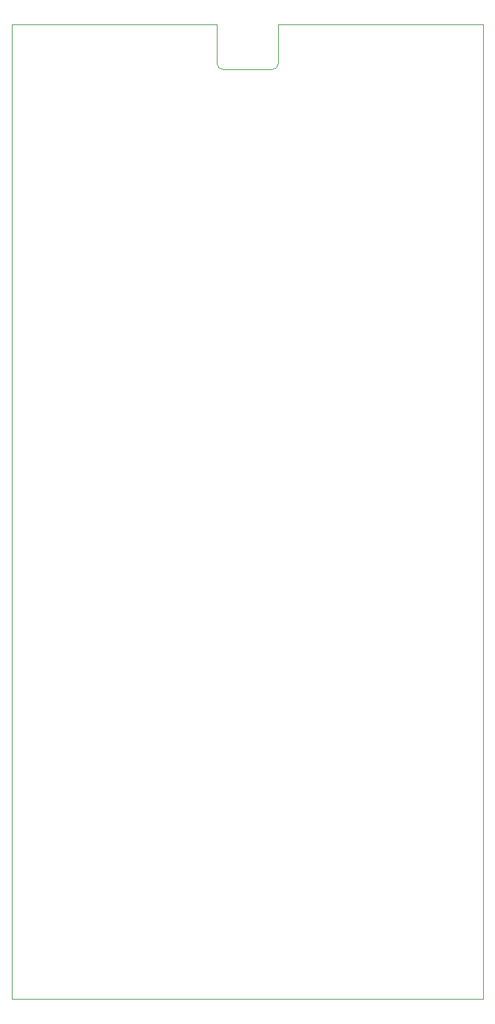
<source format=gbr>
G04 #@! TF.GenerationSoftware,KiCad,Pcbnew,6.0.0*
G04 #@! TF.CreationDate,2022-03-22T20:09:41+01:00*
G04 #@! TF.ProjectId,calculator,63616c63-756c-4617-946f-722e6b696361,rev?*
G04 #@! TF.SameCoordinates,Original*
G04 #@! TF.FileFunction,Profile,NP*
%FSLAX46Y46*%
G04 Gerber Fmt 4.6, Leading zero omitted, Abs format (unit mm)*
G04 Created by KiCad (PCBNEW 6.0.0) date 2022-03-22 20:09:41*
%MOMM*%
%LPD*%
G01*
G04 APERTURE LIST*
G04 #@! TA.AperFunction,Profile*
%ADD10C,0.100000*%
G04 #@! TD*
G04 APERTURE END LIST*
D10*
X130800000Y-40997500D02*
X130800000Y-41280000D01*
X130800000Y-41280000D02*
X130800000Y-45980000D01*
X131600000Y-46780000D02*
X137900000Y-46780000D01*
X130800000Y-45980000D02*
G75*
G03*
X131600000Y-46780000I800001J1D01*
G01*
X138700000Y-40997500D02*
X165000000Y-41000000D01*
X165000000Y-166000000D02*
X104500000Y-166000000D01*
X104500000Y-41000000D02*
X105000000Y-41000000D01*
X104500000Y-166000000D02*
X104500000Y-41000000D01*
X137900000Y-46780000D02*
G75*
G03*
X138700000Y-45980000I-1J800001D01*
G01*
X138700000Y-40997500D02*
X138700000Y-41280000D01*
X105000000Y-41000000D02*
X130800000Y-40997500D01*
X138700000Y-45980000D02*
X138700000Y-41280000D01*
X165000000Y-41000000D02*
X165000000Y-166000000D01*
M02*

</source>
